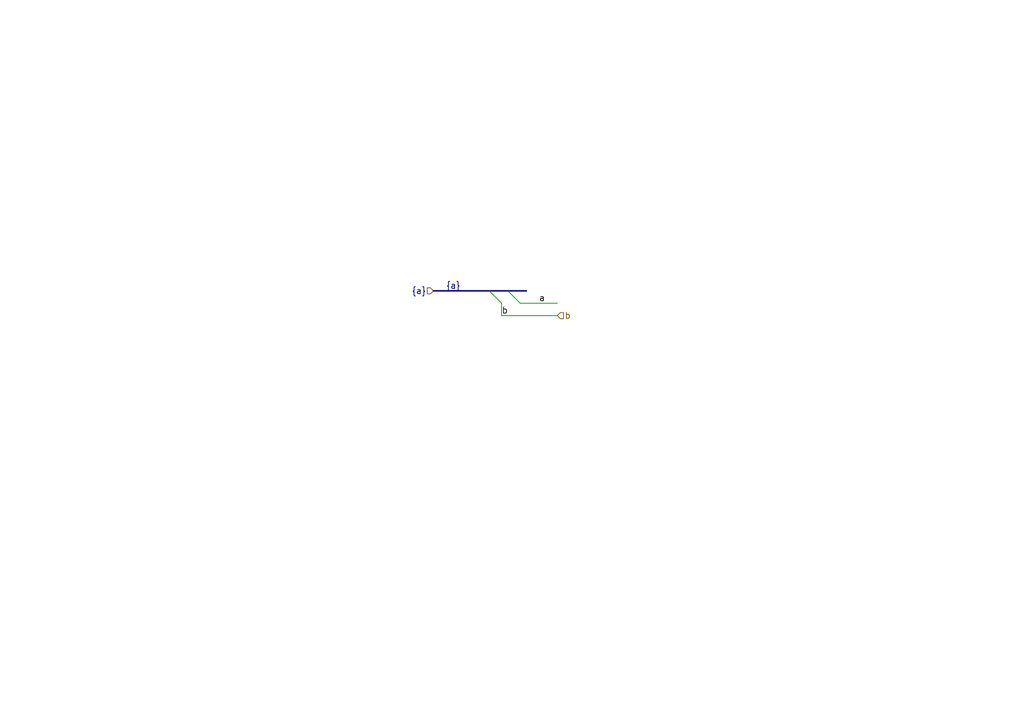
<source format=kicad_sch>
(kicad_sch
	(version 20231120)
	(generator "eeschema")
	(generator_version "8.0")
	(uuid "290ea578-b262-42be-95fe-3ab10a1a235b")
	(paper "A5")
	(lib_symbols)
	(bus_alias "a"
		(members "a" "b" "c")
	)
	(bus_entry
		(at 104.14 59.69)
		(size 2.54 2.54)
		(stroke
			(width 0)
			(type default)
		)
		(uuid "6a31f00f-51b5-4761-a53c-08dc0bc6e2cf")
	)
	(bus_entry
		(at 100.33 59.69)
		(size 2.54 2.54)
		(stroke
			(width 0)
			(type default)
		)
		(uuid "9007874c-b9eb-4610-a467-3cc76f84cfd0")
	)
	(wire
		(pts
			(xy 102.87 62.23) (xy 102.87 64.77)
		)
		(stroke
			(width 0)
			(type default)
		)
		(uuid "2572d2e1-3b53-4ef1-9872-6d508406a9c7")
	)
	(bus
		(pts
			(xy 100.33 59.69) (xy 104.14 59.69)
		)
		(stroke
			(width 0)
			(type default)
		)
		(uuid "8710ff94-211b-4ccb-afff-db1dec396d5e")
	)
	(wire
		(pts
			(xy 106.68 62.23) (xy 114.3 62.23)
		)
		(stroke
			(width 0)
			(type default)
		)
		(uuid "9bb99e82-aa01-4a17-bbec-34149751e36b")
	)
	(wire
		(pts
			(xy 102.87 64.77) (xy 114.3 64.77)
		)
		(stroke
			(width 0)
			(type default)
		)
		(uuid "9c7fb3b8-ac07-415b-8b97-6fd4181be86a")
	)
	(bus
		(pts
			(xy 88.9 59.69) (xy 100.33 59.69)
		)
		(stroke
			(width 0)
			(type default)
		)
		(uuid "a6133a5e-5399-40b5-85c1-73b59b0614fe")
	)
	(bus
		(pts
			(xy 104.14 59.69) (xy 107.95 59.69)
		)
		(stroke
			(width 0)
			(type default)
		)
		(uuid "c561c3c1-166c-41d6-bb6b-b689770b2904")
	)
	(label "{a}"
		(at 91.44 59.69 0)
		(fields_autoplaced yes)
		(effects
			(font
				(size 1.27 1.27)
			)
			(justify left bottom)
		)
		(uuid "a499ed48-ec37-4bf9-9446-01b65fbb727f")
	)
	(label "a"
		(at 110.49 62.23 0)
		(fields_autoplaced yes)
		(effects
			(font
				(size 1.27 1.27)
			)
			(justify left bottom)
		)
		(uuid "cae16f4a-dab7-43d0-8d1f-ae9b099d0b1f")
	)
	(label "b"
		(at 102.87 64.77 0)
		(fields_autoplaced yes)
		(effects
			(font
				(size 1.27 1.27)
			)
			(justify left bottom)
		)
		(uuid "efb544a5-4e91-4400-a43d-68a4d1a5e2f3")
	)
	(hierarchical_label "b"
		(shape input)
		(at 114.3 64.77 0)
		(fields_autoplaced yes)
		(effects
			(font
				(size 1.27 1.27)
			)
			(justify left)
		)
		(uuid "40446e11-1653-4147-8cd1-799b05933432")
	)
	(hierarchical_label "{a}"
		(shape input)
		(at 88.9 59.69 180)
		(fields_autoplaced yes)
		(effects
			(font
				(size 1.27 1.27)
			)
			(justify right)
		)
		(uuid "73832671-3211-48b3-b1bc-2ed4154a1c27")
	)
)

</source>
